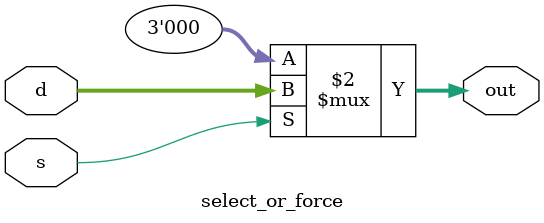
<source format=v>
module select_or_force (input [2:0] d, input s, output [2:0] out);

parameter force_to_val = 3'd0;
parameter force_when_s = 1'd0;

assign out = (s == force_when_s) ? force_to_val : d;

endmodule
</source>
